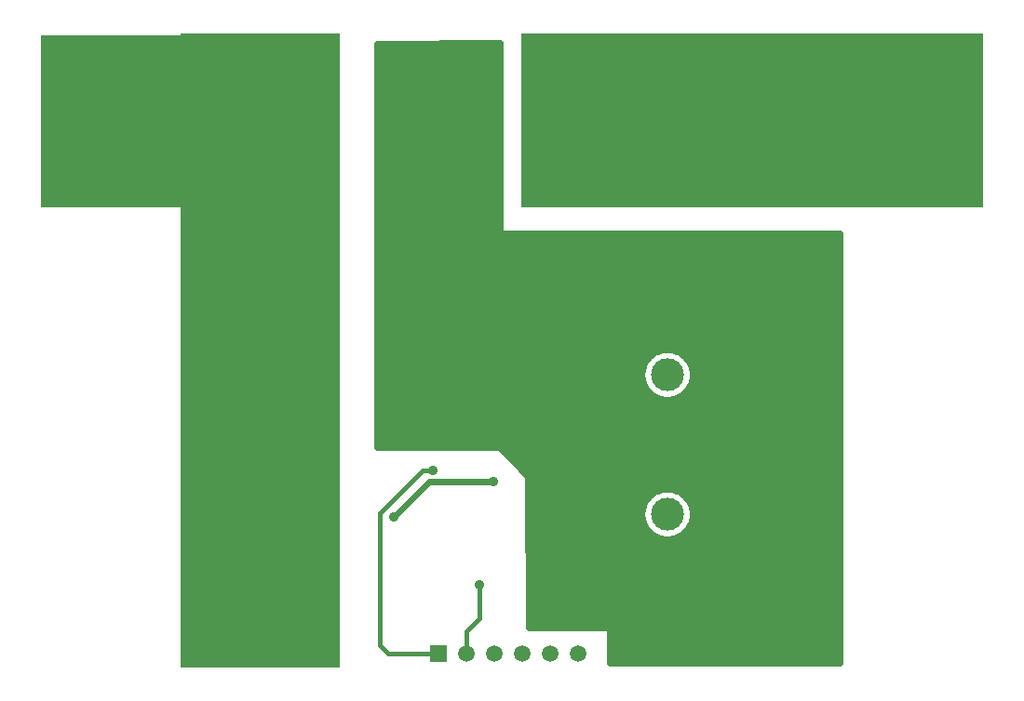
<source format=gbr>
G04 DipTrace 3.3.1.3*
G04 Bottom.gbr*
%MOMM*%
G04 #@! TF.FileFunction,Copper,L2,Bot*
G04 #@! TF.Part,Single*
G04 #@! TA.AperFunction,Conductor*
%ADD14C,0.6*%
%ADD15C,0.4*%
G04 #@! TA.AperFunction,CopperBalancing*
%ADD18C,0.5*%
G04 #@! TA.AperFunction,ComponentPad*
%ADD19C,5.0*%
%ADD20R,2.5X2.5*%
%ADD26R,1.5X1.5*%
%ADD27C,1.5*%
%ADD28C,3.0*%
G04 #@! TA.AperFunction,ViaPad*
%ADD29C,0.914*%
%FSLAX35Y35*%
G04*
G71*
G90*
G75*
G01*
G04 Bottom*
%LPD*%
X4090000Y850000D2*
D15*
Y546500D1*
X3971373Y427873D1*
Y221500D1*
X3660000Y1890000D2*
X3570000D1*
X3180000Y1500000D1*
Y300000D1*
X3258500Y221500D1*
X3717373D1*
X4210000Y1790000D2*
D14*
X3630000D1*
X3310000Y1470000D1*
D29*
X4090000Y850000D3*
X3660000Y1890000D3*
X4210000Y1790000D3*
X3310000Y1470000D3*
X1606000Y412000D3*
X764627Y5746000D3*
X1606000D3*
X1860000D3*
X2114000D3*
X2368000D3*
X2622000D3*
Y5492000D3*
X2368000D3*
X2114000D3*
X1860000D3*
X1606000D3*
X764627D3*
X510627D3*
Y5746000D3*
X256623D3*
Y5492000D3*
Y5238000D3*
X510627D3*
X764627D3*
X1606000D3*
X1860000D3*
X2114000D3*
X2368000D3*
X2622000D3*
Y4984000D3*
X2368000D3*
X2114000D3*
X1860000D3*
X1606000D3*
X764627D3*
X510627D3*
X256623D3*
Y4476000D3*
X510627D3*
X764627D3*
X1606000D3*
X1860000D3*
X2114000D3*
X2368000D3*
X2622000D3*
Y4730000D3*
X1606000D3*
X764627D3*
X1606000Y666000D3*
Y920000D3*
X1860000D3*
Y666000D3*
X2114000D3*
Y920000D3*
X2368000D3*
Y666000D3*
X2622000D3*
Y920000D3*
X4146000Y5746000D3*
X3892000D3*
X3638000D3*
X3384000D3*
Y5492000D3*
X3638000D3*
X3892000D3*
X4146000D3*
Y5238000D3*
X3892000D3*
X3638000D3*
X3384000D3*
Y4984000D3*
X3638000D3*
X3892000D3*
X4146000D3*
Y4730000D3*
X3638000D3*
X3384000D3*
Y4476000D3*
X3638000D3*
X4146000D3*
X3892000D3*
X4654000Y5746000D3*
X4908000D3*
X5162000D3*
Y5492000D3*
X4908000D3*
X4654000D3*
Y5238000D3*
X4908000D3*
X5162000D3*
Y4984000D3*
X4908000D3*
X4654000D3*
X6178000D3*
X6432000D3*
X6686000D3*
X6940000D3*
Y5238000D3*
X6686000D3*
X6432000D3*
X6178000D3*
Y5492000D3*
X6432000D3*
X6686000D3*
X6940000D3*
Y5746000D3*
X6686000D3*
X6432000D3*
X6178000D3*
X8019500D3*
X8273500D3*
X8527500D3*
Y5492000D3*
X8273500D3*
X8019500D3*
Y5238000D3*
X8273500D3*
X8527500D3*
Y4984000D3*
X8273500D3*
X8019500D3*
Y4730000D3*
X6178000D3*
X8019500Y4476000D3*
X8527500D3*
X6940000D3*
X6178000D3*
X5924000Y412000D3*
Y666000D3*
Y920000D3*
X6432000D3*
X6178000Y666000D3*
Y920000D3*
X6432000Y666000D3*
X6686000D3*
Y920000D3*
X6940000D3*
Y666000D3*
X7194000D3*
Y920000D3*
Y412000D3*
X3160047Y5735333D2*
D18*
X4279797D1*
X3160047Y5685667D2*
X4279617D1*
X3160047Y5636000D2*
X4279433D1*
X3160047Y5586333D2*
X4279343D1*
X3160047Y5536667D2*
X4279160D1*
X3160047Y5487000D2*
X4278977D1*
X3160047Y5437333D2*
X4278887D1*
X3160047Y5387667D2*
X4278703D1*
X3160047Y5338000D2*
X4278613D1*
X3160047Y5288333D2*
X4278430D1*
X3160047Y5238667D2*
X4278250D1*
X3160047Y5189000D2*
X4278157D1*
X3160047Y5139333D2*
X4277977D1*
X3160047Y5089667D2*
X4277793D1*
X3160047Y5040000D2*
X4277703D1*
X3160047Y4990333D2*
X4277520D1*
X3160047Y4940667D2*
X4277337D1*
X3160047Y4891000D2*
X4277247D1*
X3160047Y4841333D2*
X4277063D1*
X3160047Y4791667D2*
X4276880D1*
X3160047Y4742000D2*
X4276790D1*
X3160047Y4692333D2*
X4276607D1*
X3160047Y4642667D2*
X4276427D1*
X3160047Y4593000D2*
X4276333D1*
X3160047Y4543333D2*
X4276153D1*
X3160047Y4493667D2*
X4275970D1*
X3160047Y4444000D2*
X4275880D1*
X3160047Y4394333D2*
X4275697D1*
X3160047Y4344667D2*
X4275513D1*
X3160047Y4295000D2*
X4275423D1*
X3160047Y4245333D2*
X4275240D1*
X3160047Y4195667D2*
X4275060D1*
X3160047Y4146000D2*
X4274967D1*
X3160047Y4096333D2*
X4274787D1*
X3160047Y4046667D2*
X7370370D1*
X3160047Y3997000D2*
X7370370D1*
X3160047Y3947333D2*
X7370370D1*
X3160047Y3897667D2*
X7370370D1*
X3160047Y3848000D2*
X7370370D1*
X3160047Y3798333D2*
X7370370D1*
X3160047Y3748667D2*
X7370370D1*
X3160047Y3699000D2*
X7370370D1*
X3160047Y3649333D2*
X7370370D1*
X3160047Y3599667D2*
X7370370D1*
X3160047Y3550000D2*
X7370370D1*
X3160047Y3500333D2*
X7370370D1*
X3160047Y3450667D2*
X7370370D1*
X3160047Y3401000D2*
X7370370D1*
X3160047Y3351333D2*
X7370370D1*
X3160047Y3301667D2*
X7370370D1*
X3160047Y3252000D2*
X7370370D1*
X3160047Y3202333D2*
X7370370D1*
X3160047Y3152667D2*
X7370370D1*
X3160047Y3103000D2*
X7370370D1*
X3160047Y3053333D2*
X7370370D1*
X3160047Y3003667D2*
X7370370D1*
X3160047Y2954000D2*
X5671777D1*
X5922403D2*
X7370370D1*
X3160047Y2904333D2*
X5615630D1*
X5978547D2*
X7370370D1*
X3160047Y2854667D2*
X5585097D1*
X6009083D2*
X7370370D1*
X3160047Y2805000D2*
X5569330D1*
X6024850D2*
X7370370D1*
X3160047Y2755333D2*
X5565227D1*
X6029043D2*
X7370370D1*
X3160047Y2705667D2*
X5572063D1*
X6022117D2*
X7370370D1*
X3160047Y2656000D2*
X5591113D1*
X6003067D2*
X7370370D1*
X3160047Y2606333D2*
X5626387D1*
X5967793D2*
X7370370D1*
X3160047Y2556667D2*
X5694290D1*
X5899980D2*
X7370370D1*
X3160047Y2507000D2*
X7370370D1*
X3160047Y2457333D2*
X7370370D1*
X3160047Y2407667D2*
X7370370D1*
X3160047Y2358000D2*
X7370370D1*
X3160047Y2308333D2*
X7370370D1*
X3160047Y2258667D2*
X7370370D1*
X3160047Y2209000D2*
X7370370D1*
X3160047Y2159333D2*
X7370370D1*
X3160047Y2109667D2*
X7370370D1*
X4310397Y2060000D2*
X7370370D1*
X4359980Y2010333D2*
X7370370D1*
X4409653Y1960667D2*
X7370370D1*
X4459330Y1911000D2*
X7370370D1*
X4509003Y1861333D2*
X7370370D1*
X4530150Y1811667D2*
X7370370D1*
X4530513Y1762000D2*
X7370370D1*
X4530880Y1712333D2*
X5739590D1*
X5854680D2*
X7370370D1*
X4531153Y1662667D2*
X5642977D1*
X5951203D2*
X7370370D1*
X4531517Y1613000D2*
X5600320D1*
X5993860D2*
X7370370D1*
X4531880Y1563333D2*
X5576803D1*
X6017467D2*
X7370370D1*
X4532247Y1513667D2*
X5566140D1*
X6028040D2*
X7370370D1*
X4532610Y1464000D2*
X5566777D1*
X6027403D2*
X7370370D1*
X4532977Y1414333D2*
X5578627D1*
X6015553D2*
X7370370D1*
X4533340Y1364667D2*
X5603873D1*
X5990397D2*
X7370370D1*
X4533703Y1315000D2*
X5649357D1*
X5944823D2*
X7370370D1*
X4534070Y1265333D2*
X5772677D1*
X5821503D2*
X7370370D1*
X4534433Y1215667D2*
X7370370D1*
X4534707Y1166000D2*
X7370370D1*
X4535070Y1116333D2*
X7370370D1*
X4535437Y1066667D2*
X7370370D1*
X4535800Y1017000D2*
X7370370D1*
X4536167Y967333D2*
X7370370D1*
X4536530Y917667D2*
X7370370D1*
X4536893Y868000D2*
X7370370D1*
X4537260Y818333D2*
X7370370D1*
X4537623Y768667D2*
X7370370D1*
X4537897Y719000D2*
X7370370D1*
X4538263Y669333D2*
X7370370D1*
X4538627Y619667D2*
X7370370D1*
X4538990Y570000D2*
X7370370D1*
X4539357Y520333D2*
X7370370D1*
X4539720Y470667D2*
X7370370D1*
X5280007Y421000D2*
X7370370D1*
X5280007Y371333D2*
X7370370D1*
X5280007Y321667D2*
X7370370D1*
X5280007Y272000D2*
X7370370D1*
X5280007Y222333D2*
X7370370D1*
X5280007Y172667D2*
X7370370D1*
X6023400Y1473690D2*
X6021307Y1455990D1*
X6017827Y1438507D1*
X6012990Y1421353D1*
X6006820Y1404630D1*
X5999360Y1388443D1*
X5990650Y1372893D1*
X5980747Y1358073D1*
X5969713Y1344077D1*
X5957613Y1330987D1*
X5944523Y1318887D1*
X5930527Y1307853D1*
X5915707Y1297950D1*
X5900157Y1289240D1*
X5883970Y1281780D1*
X5867247Y1275610D1*
X5850093Y1270773D1*
X5832610Y1267293D1*
X5814910Y1265200D1*
X5797100Y1264500D1*
X5779290Y1265200D1*
X5761590Y1267293D1*
X5744107Y1270773D1*
X5726953Y1275610D1*
X5710230Y1281780D1*
X5694043Y1289240D1*
X5678493Y1297950D1*
X5663673Y1307853D1*
X5649677Y1318887D1*
X5636587Y1330987D1*
X5624487Y1344077D1*
X5613453Y1358073D1*
X5603550Y1372893D1*
X5594840Y1388443D1*
X5587380Y1404630D1*
X5581210Y1421353D1*
X5576373Y1438507D1*
X5572893Y1455990D1*
X5570800Y1473690D1*
X5570100Y1491500D1*
X5570800Y1509310D1*
X5572893Y1527010D1*
X5576373Y1544493D1*
X5581210Y1561647D1*
X5587380Y1578370D1*
X5594840Y1594557D1*
X5603550Y1610107D1*
X5613453Y1624927D1*
X5624487Y1638923D1*
X5636587Y1652013D1*
X5649677Y1664113D1*
X5663673Y1675147D1*
X5678493Y1685050D1*
X5694043Y1693760D1*
X5710230Y1701220D1*
X5726953Y1707390D1*
X5744107Y1712227D1*
X5761590Y1715707D1*
X5779290Y1717800D1*
X5797100Y1718500D1*
X5814910Y1717800D1*
X5832610Y1715707D1*
X5850093Y1712227D1*
X5867247Y1707390D1*
X5883970Y1701220D1*
X5900157Y1693760D1*
X5915707Y1685050D1*
X5930527Y1675147D1*
X5944523Y1664113D1*
X5957613Y1652013D1*
X5969713Y1638923D1*
X5980747Y1624927D1*
X5990650Y1610107D1*
X5999360Y1594557D1*
X6006820Y1578370D1*
X6012990Y1561647D1*
X6017827Y1544493D1*
X6021307Y1527010D1*
X6023400Y1509310D1*
X6024100Y1491500D1*
X6023400Y1473690D1*
Y2743690D2*
X6021307Y2725990D1*
X6017827Y2708507D1*
X6012990Y2691353D1*
X6006820Y2674630D1*
X5999360Y2658443D1*
X5990650Y2642893D1*
X5980747Y2628073D1*
X5969713Y2614077D1*
X5957613Y2600987D1*
X5944523Y2588887D1*
X5930527Y2577853D1*
X5915707Y2567950D1*
X5900157Y2559240D1*
X5883970Y2551780D1*
X5867247Y2545610D1*
X5850093Y2540773D1*
X5832610Y2537293D1*
X5814910Y2535200D1*
X5797100Y2534500D1*
X5779290Y2535200D1*
X5761590Y2537293D1*
X5744107Y2540773D1*
X5726953Y2545610D1*
X5710230Y2551780D1*
X5694043Y2559240D1*
X5678493Y2567950D1*
X5663673Y2577853D1*
X5649677Y2588887D1*
X5636587Y2600987D1*
X5624487Y2614077D1*
X5613453Y2628073D1*
X5603550Y2642893D1*
X5594840Y2658443D1*
X5587380Y2674630D1*
X5581210Y2691353D1*
X5576373Y2708507D1*
X5572893Y2725990D1*
X5570800Y2743690D1*
X5570100Y2761500D1*
X5570800Y2779310D1*
X5572893Y2797010D1*
X5576373Y2814493D1*
X5581210Y2831647D1*
X5587380Y2848370D1*
X5594840Y2864557D1*
X5603550Y2880107D1*
X5613453Y2894927D1*
X5624487Y2908923D1*
X5636587Y2922013D1*
X5649677Y2934113D1*
X5663673Y2945147D1*
X5678493Y2955050D1*
X5694043Y2963760D1*
X5710230Y2971220D1*
X5726953Y2977390D1*
X5744107Y2982227D1*
X5761590Y2985707D1*
X5779290Y2987800D1*
X5797100Y2988500D1*
X5814910Y2987800D1*
X5832610Y2985707D1*
X5850093Y2982227D1*
X5867247Y2977390D1*
X5883970Y2971220D1*
X5900157Y2963760D1*
X5915707Y2955050D1*
X5930527Y2945147D1*
X5944523Y2934113D1*
X5957613Y2922013D1*
X5969713Y2908923D1*
X5980747Y2894927D1*
X5990650Y2880107D1*
X5999360Y2864557D1*
X6006820Y2848370D1*
X6012990Y2831647D1*
X6017827Y2814493D1*
X6021307Y2797010D1*
X6023400Y2779310D1*
X6024100Y2761500D1*
X6023400Y2743690D1*
X3155000Y5775300D2*
Y2095013D1*
X4263910Y2094693D1*
X4271350Y2092277D1*
X4277677Y2087677D1*
X4520120Y1844840D1*
X4523720Y1837897D1*
X4525000Y1830180D1*
X4534823Y454913D1*
X5253910Y454693D1*
X5261350Y452277D1*
X5267677Y447677D1*
X5272277Y441350D1*
X5274693Y433910D1*
X5275000Y360000D1*
Y134960D1*
X7375427Y135370D1*
X7375373Y4054163D1*
X4300763Y4054443D1*
X4293333Y4056883D1*
X4287020Y4061500D1*
X4282440Y4067843D1*
X4280047Y4075290D1*
X4279963Y4149200D1*
X4284923Y5784803D1*
X3154980Y5775210D1*
D19*
X8300000Y4730000D3*
X500000D3*
D20*
X6800000Y400000D3*
X6300000D3*
X2500000D3*
X2000000D3*
D19*
X6550000Y4730000D3*
X2250000D3*
X3925000D3*
X4875000D3*
D26*
X3717373Y221500D3*
D27*
X3971373D3*
X4225373D3*
X4479373D3*
X4733373D3*
X4987373D3*
D28*
X6305000Y1491500D3*
X5797100D3*
X6305100Y2761500D3*
X5797100D3*
G36*
X97873Y5857127D2*
X1971123D1*
Y4285500D1*
X97873D1*
Y5857127D1*
G37*
G36*
X4463500Y4285500D2*
X8670377D1*
Y5873000D1*
X4463500D1*
Y4285500D1*
G37*
G36*
X2812500Y94500D2*
Y5873000D1*
X1367873D1*
Y94500D1*
X2812500D1*
G37*
M02*

</source>
